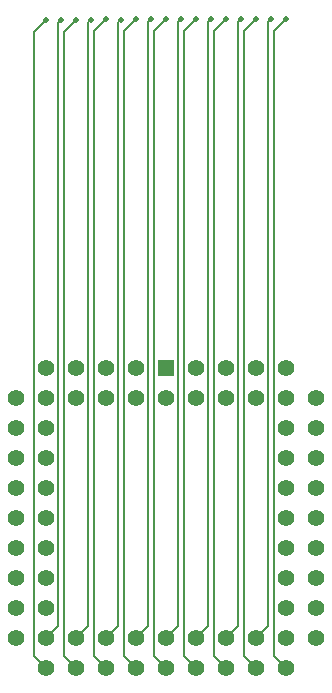
<source format=gbr>
%TF.GenerationSoftware,KiCad,Pcbnew,(5.1.6)-1*%
%TF.CreationDate,2023-06-21T17:15:11-04:00*%
%TF.ProjectId,PLCC68-to-PGA,504c4343-3638-42d7-946f-2d5047412e6b,rev?*%
%TF.SameCoordinates,Original*%
%TF.FileFunction,Copper,L1,Top*%
%TF.FilePolarity,Positive*%
%FSLAX46Y46*%
G04 Gerber Fmt 4.6, Leading zero omitted, Abs format (unit mm)*
G04 Created by KiCad (PCBNEW (5.1.6)-1) date 2023-06-21 17:15:11*
%MOMM*%
%LPD*%
G01*
G04 APERTURE LIST*
%TA.AperFunction,ComponentPad*%
%ADD10C,1.422400*%
%TD*%
%TA.AperFunction,ComponentPad*%
%ADD11R,1.422400X1.422400*%
%TD*%
%TA.AperFunction,ViaPad*%
%ADD12C,0.500000*%
%TD*%
%TA.AperFunction,Conductor*%
%ADD13C,0.200000*%
%TD*%
G04 APERTURE END LIST*
D10*
%TO.P,U2,2*%
%TO.N,/2*%
X175900080Y-109961680D03*
%TO.P,U2,4*%
%TO.N,/4*%
X173360080Y-109961680D03*
%TO.P,U2,6*%
%TO.N,/6*%
X170820080Y-109961680D03*
%TO.P,U2,8*%
%TO.N,/8*%
X168280080Y-109961680D03*
%TO.P,U2,68*%
%TO.N,/68*%
X178440080Y-109961680D03*
%TO.P,U2,66*%
%TO.N,/66*%
X180980080Y-109961680D03*
%TO.P,U2,64*%
%TO.N,/64*%
X183520080Y-109961680D03*
%TO.P,U2,62*%
%TO.N,/62*%
X186060080Y-109961680D03*
D11*
%TO.P,U2,1*%
%TO.N,/1*%
X175900080Y-107421680D03*
D10*
%TO.P,U2,3*%
%TO.N,/3*%
X173360080Y-107421680D03*
%TO.P,U2,5*%
%TO.N,/5*%
X170820080Y-107421680D03*
%TO.P,U2,7*%
%TO.N,/7*%
X168280080Y-107421680D03*
%TO.P,U2,9*%
%TO.N,/9*%
X165740080Y-107421680D03*
%TO.P,U2,67*%
%TO.N,/67*%
X178440080Y-107421680D03*
%TO.P,U2,65*%
%TO.N,/65*%
X180980080Y-107421680D03*
%TO.P,U2,63*%
%TO.N,/63*%
X183520080Y-107421680D03*
%TO.P,U2,11*%
%TO.N,/11*%
X165740080Y-109961680D03*
%TO.P,U2,13*%
%TO.N,/13*%
X165740080Y-112501680D03*
%TO.P,U2,15*%
%TO.N,/15*%
X165740080Y-115041680D03*
%TO.P,U2,17*%
%TO.N,/17*%
X165740080Y-117581680D03*
%TO.P,U2,19*%
%TO.N,/19*%
X165740080Y-120121680D03*
%TO.P,U2,21*%
%TO.N,/21*%
X165740080Y-122661680D03*
%TO.P,U2,23*%
%TO.N,/23*%
X165740080Y-125201680D03*
%TO.P,U2,25*%
%TO.N,/25*%
X165740080Y-127741680D03*
%TO.P,U2,10*%
%TO.N,/10*%
X163200080Y-109961680D03*
%TO.P,U2,12*%
%TO.N,/12*%
X163200080Y-112501680D03*
%TO.P,U2,14*%
%TO.N,/14*%
X163200080Y-115041680D03*
%TO.P,U2,16*%
%TO.N,/16*%
X163200080Y-117581680D03*
%TO.P,U2,18*%
%TO.N,/18*%
X163200080Y-120121680D03*
%TO.P,U2,20*%
%TO.N,/20*%
X163200080Y-122661680D03*
%TO.P,U2,22*%
%TO.N,/22*%
X163200080Y-125201680D03*
%TO.P,U2,24*%
%TO.N,/24*%
X163200080Y-127741680D03*
%TO.P,U2,26*%
%TO.N,/26*%
X163200080Y-130281680D03*
%TO.P,U2,28*%
%TO.N,/28*%
X165740080Y-130281680D03*
%TO.P,U2,30*%
%TO.N,/30*%
X168280080Y-130281680D03*
%TO.P,U2,32*%
%TO.N,/32*%
X170820080Y-130281680D03*
%TO.P,U2,34*%
%TO.N,/34*%
X173360080Y-130281680D03*
%TO.P,U2,36*%
%TO.N,/36*%
X175900080Y-130281680D03*
%TO.P,U2,38*%
%TO.N,/38*%
X178440080Y-130281680D03*
%TO.P,U2,40*%
%TO.N,/40*%
X180980080Y-130281680D03*
%TO.P,U2,42*%
%TO.N,/42*%
X183520080Y-130281680D03*
%TO.P,U2,44*%
%TO.N,/44*%
X188600080Y-130281680D03*
%TO.P,U2,27*%
%TO.N,/27*%
X165740080Y-132821680D03*
%TO.P,U2,29*%
%TO.N,/29*%
X168280080Y-132821680D03*
%TO.P,U2,31*%
%TO.N,/31*%
X170820080Y-132821680D03*
%TO.P,U2,33*%
%TO.N,/33*%
X173360080Y-132821680D03*
%TO.P,U2,35*%
%TO.N,/35*%
X175900080Y-132821680D03*
%TO.P,U2,37*%
%TO.N,/37*%
X178440080Y-132821680D03*
%TO.P,U2,39*%
%TO.N,/39*%
X180980080Y-132821680D03*
%TO.P,U2,41*%
%TO.N,/41*%
X183520080Y-132821680D03*
%TO.P,U2,43*%
%TO.N,/43*%
X186060080Y-132821680D03*
%TO.P,U2,45*%
%TO.N,/45*%
X186060080Y-130281680D03*
%TO.P,U2,47*%
%TO.N,/47*%
X186060080Y-127741680D03*
%TO.P,U2,49*%
%TO.N,/49*%
X186060080Y-125201680D03*
%TO.P,U2,51*%
%TO.N,/51*%
X186060080Y-122661680D03*
%TO.P,U2,53*%
%TO.N,/53*%
X186060080Y-120121680D03*
%TO.P,U2,55*%
%TO.N,/55*%
X186060080Y-117581680D03*
%TO.P,U2,57*%
%TO.N,/57*%
X186060080Y-115041680D03*
%TO.P,U2,59*%
%TO.N,/59*%
X186060080Y-112501680D03*
%TO.P,U2,61*%
%TO.N,/61*%
X186060080Y-107421680D03*
%TO.P,U2,46*%
%TO.N,/46*%
X188600080Y-127741680D03*
%TO.P,U2,48*%
%TO.N,/48*%
X188600080Y-125201680D03*
%TO.P,U2,50*%
%TO.N,/50*%
X188600080Y-122661680D03*
%TO.P,U2,52*%
%TO.N,/52*%
X188600080Y-120121680D03*
%TO.P,U2,54*%
%TO.N,/54*%
X188600080Y-117581680D03*
%TO.P,U2,56*%
%TO.N,/56*%
X188600080Y-115041680D03*
%TO.P,U2,58*%
%TO.N,/58*%
X188600080Y-112501680D03*
%TO.P,U2,60*%
%TO.N,/60*%
X188600080Y-109961680D03*
%TD*%
D12*
%TO.N,/27*%
X165735000Y-77962760D03*
%TO.N,/28*%
X167005000Y-77947520D03*
%TO.N,/29*%
X168269920Y-77927200D03*
%TO.N,/30*%
X169539920Y-77917040D03*
%TO.N,/31*%
X170809920Y-77906880D03*
%TO.N,/32*%
X172079920Y-77917040D03*
%TO.N,/33*%
X173349920Y-77906880D03*
%TO.N,/34*%
X174619920Y-77896720D03*
%TO.N,/35*%
X175889920Y-77901800D03*
%TO.N,/36*%
X177159920Y-77896720D03*
%TO.N,/37*%
X178429920Y-77901800D03*
%TO.N,/38*%
X179694840Y-77896720D03*
%TO.N,/39*%
X180964840Y-77886560D03*
%TO.N,/40*%
X182239920Y-77891640D03*
%TO.N,/41*%
X183515000Y-77881480D03*
%TO.N,/42*%
X184779920Y-77901800D03*
%TO.N,/43*%
X186049920Y-77891640D03*
%TD*%
D13*
%TO.N,/27*%
X164724080Y-78973680D02*
X165735000Y-77962760D01*
X165740080Y-132821680D02*
X164724080Y-131805680D01*
X164724080Y-131805680D02*
X164724080Y-78973680D01*
%TO.N,/28*%
X166766240Y-78186280D02*
X167005000Y-77947520D01*
X165740080Y-130281680D02*
X166766240Y-129255520D01*
X166766240Y-129255520D02*
X166766240Y-78186280D01*
%TO.N,/29*%
X167253920Y-78943200D02*
X168269920Y-77927200D01*
X168280080Y-132821680D02*
X167253920Y-131795520D01*
X167253920Y-131795520D02*
X167253920Y-78943200D01*
%TO.N,/30*%
X169296080Y-78160880D02*
X169539920Y-77917040D01*
X168280080Y-130281680D02*
X169296080Y-129265680D01*
X169296080Y-129265680D02*
X169296080Y-78160880D01*
%TO.N,/31*%
X169804080Y-78912720D02*
X170809920Y-77906880D01*
X170820080Y-132821680D02*
X169804080Y-131805680D01*
X169804080Y-131805680D02*
X169804080Y-78912720D01*
%TO.N,/32*%
X171846240Y-78150720D02*
X172079920Y-77917040D01*
X170820080Y-130281680D02*
X171846240Y-129255520D01*
X171846240Y-129255520D02*
X171846240Y-78150720D01*
%TO.N,/33*%
X172344080Y-78912720D02*
X173349920Y-77906880D01*
X173360080Y-132821680D02*
X172344080Y-131805680D01*
X172344080Y-131805680D02*
X172344080Y-78912720D01*
%TO.N,/34*%
X174381160Y-78135480D02*
X174619920Y-77896720D01*
X173360080Y-130281680D02*
X174381160Y-129260600D01*
X174381160Y-129260600D02*
X174381160Y-78135480D01*
%TO.N,/35*%
X175900080Y-132821680D02*
X174879000Y-131800600D01*
X174879000Y-78912720D02*
X175889920Y-77901800D01*
X174879000Y-131800600D02*
X174879000Y-78912720D01*
%TO.N,/36*%
X176916080Y-78140560D02*
X177159920Y-77896720D01*
X175900080Y-130281680D02*
X176916080Y-129265680D01*
X176916080Y-129265680D02*
X176916080Y-78140560D01*
%TO.N,/37*%
X177429160Y-78902560D02*
X178429920Y-77901800D01*
X177428879Y-107907057D02*
X177428879Y-106936303D01*
X177429160Y-106936022D02*
X177429160Y-78902560D01*
X177429160Y-130767338D02*
X177428879Y-130767057D01*
X177428879Y-106936303D02*
X177429160Y-106936022D01*
X177428879Y-130767057D02*
X177428879Y-129796303D01*
X178440080Y-132821680D02*
X177429160Y-131810760D01*
X177428879Y-109476303D02*
X177429160Y-109476022D01*
X177429160Y-131810760D02*
X177429160Y-130767338D01*
X177429160Y-129796022D02*
X177429160Y-110447338D01*
X177429160Y-110447338D02*
X177428879Y-110447057D01*
X177429160Y-107907338D02*
X177428879Y-107907057D01*
X177428879Y-129796303D02*
X177429160Y-129796022D01*
X177428879Y-110447057D02*
X177428879Y-109476303D01*
X177429160Y-109476022D02*
X177429160Y-107907338D01*
%TO.N,/38*%
X179461160Y-78130400D02*
X179694840Y-77896720D01*
X178440080Y-130281680D02*
X179461160Y-129260600D01*
X179461160Y-129260600D02*
X179461160Y-78130400D01*
%TO.N,/39*%
X179953920Y-78897480D02*
X180964840Y-77886560D01*
X180980080Y-132821680D02*
X179953920Y-131795520D01*
X179953920Y-131795520D02*
X179953920Y-78897480D01*
%TO.N,/40*%
X181996080Y-78135480D02*
X182239920Y-77891640D01*
X180980080Y-130281680D02*
X181996080Y-129265680D01*
X181996080Y-129265680D02*
X181996080Y-78135480D01*
%TO.N,/41*%
X182499000Y-78897480D02*
X183515000Y-77881480D01*
X183520080Y-132821680D02*
X182499000Y-131800600D01*
X182499000Y-131800600D02*
X182499000Y-78897480D01*
%TO.N,/42*%
X184546240Y-78135480D02*
X184779920Y-77901800D01*
X183520080Y-130281680D02*
X184546240Y-129255520D01*
X184546240Y-129255520D02*
X184546240Y-78135480D01*
%TO.N,/43*%
X186060080Y-132821680D02*
X185039000Y-131800600D01*
X185039000Y-78902560D02*
X186049920Y-77891640D01*
X185039000Y-131800600D02*
X185039000Y-78902560D01*
%TD*%
M02*

</source>
